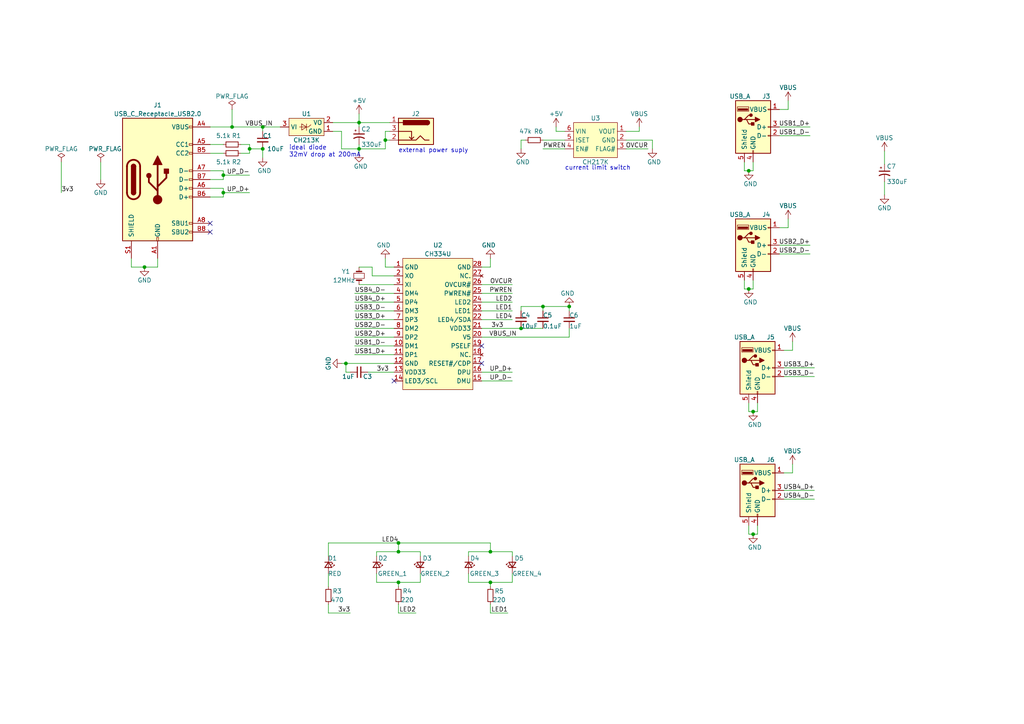
<source format=kicad_sch>
(kicad_sch (version 20230121) (generator eeschema)
  (paper "A4")
  (title_block (title "HUB_CH334U") (rev "v1.0"))
  (lib_symbols
    (symbol "Connector:Barrel_Jack_Switch" (pin_names hide)
      (property "Reference" "J" (at 0 5.334 0))
      (property "Value" "Barrel_Jack_Switch" (at 0 -5.08 0))
      (symbol "Barrel_Jack_Switch_0_1"
        (rectangle (start -5.08 3.81) (end 5.08 -3.81) (stroke (width 0.254)) (fill (type background)))
        (arc (start -3.302 3.175) (mid -3.9343 2.54) (end -3.302 1.905) (stroke (width 0.254)))
        (arc (start -3.302 3.175) (mid -3.9343 2.54) (end -3.302 1.905) (stroke (width 0.254)) (fill (type outline)))
        (polyline (pts (xy 1.27 -2.286) (xy 1.905 -1.651)) (stroke (width 0.254)))
        (polyline (pts (xy 5.08 2.54) (xy 3.81 2.54)) (stroke (width 0.254)))
        (polyline (pts (xy 5.08 0) (xy 1.27 0) (xy 1.27 -2.286) (xy 0.635 -1.651)) (stroke (width 0.254)))
        (polyline (pts (xy -3.81 -2.54) (xy -2.54 -2.54) (xy -1.27 -1.27) (xy 0 -2.54) (xy 2.54 -2.54) (xy 5.08 -2.54)) (stroke (width 0.254)))
        (rectangle (start 3.683 3.175) (end -3.302 1.905) (stroke (width 0.254)) (fill (type outline)))
      )
      (symbol "Barrel_Jack_Switch_1_1"
        (pin passive line (at 7.62 2.54 180) (length 2.54) (name "~") (number "1"))
        (pin passive line (at 7.62 -2.54 180) (length 2.54) (name "~") (number "2"))
        (pin passive line (at 7.62 0 180) (length 2.54) (name "~") (number "3"))
      )
    )
    (symbol "Connector:USB_A" (pin_names (offset 1.016))
      (property "Reference" "J" (at -5.08 11.43 0))
      (property "Value" "USB_A" (at -5.08 8.89 0))
      (symbol "USB_A_0_1"
        (rectangle (start -5.08 -7.62) (end 5.08 7.62) (stroke (width 0.254)) (fill (type background)))
        (circle (center -3.81 2.159) (radius 0.635) (stroke (width 0.254)) (fill (type outline)))
        (rectangle (start -1.524 4.826) (end -4.318 5.334) (fill (type outline)))
        (rectangle (start -1.27 4.572) (end -4.572 5.842))
        (circle (center -0.635 3.429) (radius 0.381) (stroke (width 0.254)) (fill (type outline)))
        (rectangle (start -0.127 -7.62) (end 0.127 -6.858))
        (polyline (pts (xy -3.175 2.159) (xy -2.54 2.159) (xy -1.27 3.429) (xy -0.635 3.429)) (stroke (width 0.254)))
        (polyline (pts (xy -2.54 2.159) (xy -1.905 2.159) (xy -1.27 0.889) (xy 0 0.889)) (stroke (width 0.254)))
        (polyline (pts (xy 0.635 2.794) (xy 0.635 1.524) (xy 1.905 2.159) (xy 0.635 2.794)) (stroke (width 0.254)) (fill (type outline)))
        (rectangle (start 0.254 1.27) (end -0.508 0.508) (stroke (width 0.254)) (fill (type outline)))
        (rectangle (start 5.08 -2.667) (end 4.318 -2.413))
        (rectangle (start 5.08 -0.127) (end 4.318 0.127))
        (rectangle (start 5.08 4.953) (end 4.318 5.207))
      )
      (symbol "USB_A_1_1"
        (polyline (pts (xy -1.905 2.159) (xy 0.635 2.159)) (stroke (width 0.254)))
        (pin power_in line (at 7.62 5.08 180) (length 2.54) (name "VBUS") (number "1"))
        (pin bidirectional line (at 7.62 -2.54 180) (length 2.54) (name "D-") (number "2"))
        (pin bidirectional line (at 7.62 0 180) (length 2.54) (name "D+") (number "3"))
        (pin power_in line (at 0 -10.16 90) (length 2.54) (name "GND") (number "4"))
        (pin passive line (at -2.54 -10.16 90) (length 2.54) (name "Shield") (number "5"))
      )
    )
    (symbol "Connector:USB_C_Receptacle_USB2.0" (pin_names (offset 1.016))
      (property "Reference" "J" (at -10.16 19.05 0))
      (property "Value" "USB_C_Receptacle_USB2.0" (at 19.05 19.05 0))
      (symbol "USB_C_Receptacle_USB2.0_0_0"
        (rectangle (start -0.254 -17.78) (end 0.254 -16.764))
        (rectangle (start 10.16 -14.986) (end 9.144 -15.494))
        (rectangle (start 10.16 -12.446) (end 9.144 -12.954))
        (rectangle (start 10.16 -4.826) (end 9.144 -5.334))
        (rectangle (start 10.16 -2.286) (end 9.144 -2.794))
        (rectangle (start 10.16 0.254) (end 9.144 -0.254))
        (rectangle (start 10.16 2.794) (end 9.144 2.286))
        (rectangle (start 10.16 7.874) (end 9.144 7.366))
        (rectangle (start 10.16 10.414) (end 9.144 9.906))
        (rectangle (start 10.16 15.494) (end 9.144 14.986))
      )
      (symbol "USB_C_Receptacle_USB2.0_0_1"
        (rectangle (start -10.16 17.78) (end 10.16 -17.78) (stroke (width 0.254)) (fill (type background)))
        (arc (start -8.89 -3.81) (mid -6.985 -5.7067) (end -5.08 -3.81) (stroke (width 0.508)))
        (arc (start -7.62 -3.81) (mid -6.985 -4.4423) (end -6.35 -3.81) (stroke (width 0.254)))
        (arc (start -7.62 -3.81) (mid -6.985 -4.4423) (end -6.35 -3.81) (stroke (width 0.254)) (fill (type outline)))
        (rectangle (start -7.62 -3.81) (end -6.35 3.81) (stroke (width 0.254)) (fill (type outline)))
        (arc (start -6.35 3.81) (mid -6.985 4.4423) (end -7.62 3.81) (stroke (width 0.254)))
        (arc (start -6.35 3.81) (mid -6.985 4.4423) (end -7.62 3.81) (stroke (width 0.254)) (fill (type outline)))
        (arc (start -5.08 3.81) (mid -6.985 5.7067) (end -8.89 3.81) (stroke (width 0.508)))
        (circle (center -2.54 1.143) (radius 0.635) (stroke (width 0.254)) (fill (type outline)))
        (circle (center 0 -5.842) (radius 1.27) (fill (type outline)))
        (polyline (pts (xy -8.89 -3.81) (xy -8.89 3.81)) (stroke (width 0.508)))
        (polyline (pts (xy -5.08 3.81) (xy -5.08 -3.81)) (stroke (width 0.508)))
        (polyline (pts (xy 0 -5.842) (xy 0 4.318)) (stroke (width 0.508)))
        (polyline (pts (xy 0 -3.302) (xy -2.54 -0.762) (xy -2.54 0.508)) (stroke (width 0.508)))
        (polyline (pts (xy 0 -2.032) (xy 2.54 0.508) (xy 2.54 1.778)) (stroke (width 0.508)))
        (polyline (pts (xy -1.27 4.318) (xy 0 6.858) (xy 1.27 4.318) (xy -1.27 4.318)) (stroke (width 0.254)) (fill (type outline)))
        (rectangle (start 1.905 1.778) (end 3.175 3.048) (stroke (width 0.254)) (fill (type outline)))
      )
      (symbol "USB_C_Receptacle_USB2.0_1_1"
        (pin passive line (at 0 -22.86 90) (length 5.08) (name "GND") (number "A1"))
        (pin passive line (at 0 -22.86 90) (length 5.08) hide (name "GND") (number "A12"))
        (pin passive line (at 15.24 15.24 180) (length 5.08) (name "VBUS") (number "A4"))
        (pin bidirectional line (at 15.24 10.16 180) (length 5.08) (name "CC1") (number "A5"))
        (pin bidirectional line (at 15.24 -2.54 180) (length 5.08) (name "D+") (number "A6"))
        (pin bidirectional line (at 15.24 2.54 180) (length 5.08) (name "D-") (number "A7"))
        (pin bidirectional line (at 15.24 -12.7 180) (length 5.08) (name "SBU1") (number "A8"))
        (pin passive line (at 15.24 15.24 180) (length 5.08) hide (name "VBUS") (number "A9"))
        (pin passive line (at 0 -22.86 90) (length 5.08) hide (name "GND") (number "B1"))
        (pin passive line (at 0 -22.86 90) (length 5.08) hide (name "GND") (number "B12"))
        (pin passive line (at 15.24 15.24 180) (length 5.08) hide (name "VBUS") (number "B4"))
        (pin bidirectional line (at 15.24 7.62 180) (length 5.08) (name "CC2") (number "B5"))
        (pin bidirectional line (at 15.24 -5.08 180) (length 5.08) (name "D+") (number "B6"))
        (pin bidirectional line (at 15.24 0 180) (length 5.08) (name "D-") (number "B7"))
        (pin bidirectional line (at 15.24 -15.24 180) (length 5.08) (name "SBU2") (number "B8"))
        (pin passive line (at 15.24 15.24 180) (length 5.08) hide (name "VBUS") (number "B9"))
        (pin passive line (at -7.62 -22.86 90) (length 5.08) (name "SHIELD") (number "S1"))
      )
    )
    (symbol "Device:C_Polarized_Small_US" (pin_numbers hide) (pin_names (offset 0.254) hide)
      (property "Reference" "C" (at 0.254 1.778 0))
      (property "Value" "C_Polarized_Small_US" (at 0.254 -2.032 0))
      (symbol "C_Polarized_Small_US_0_1"
        (polyline (pts (xy -1.524 0.508) (xy 1.524 0.508)) (stroke (width 0.3048)))
        (polyline (pts (xy -1.27 1.524) (xy -0.762 1.524)))
        (polyline (pts (xy -1.016 1.27) (xy -1.016 1.778)))
        (arc (start 1.524 -0.762) (mid 0 -0.3734) (end -1.524 -0.762) (stroke (width 0.3048)))
      )
      (symbol "C_Polarized_Small_US_1_1"
        (pin passive line (at 0 2.54 270) (length 2.032) (name "~") (number "1"))
        (pin passive line (at 0 -2.54 90) (length 2.032) (name "~") (number "2"))
      )
    )
    (symbol "Device:C_Small" (pin_numbers hide) (pin_names (offset 0.254) hide)
      (property "Reference" "C" (at 0.254 1.778 0))
      (property "Value" "C_Small" (at 0.254 -2.032 0))
      (symbol "C_Small_0_1"
        (polyline (pts (xy -1.524 -0.508) (xy 1.524 -0.508)) (stroke (width 0.3302)))
        (polyline (pts (xy -1.524 0.508) (xy 1.524 0.508)) (stroke (width 0.3048)))
      )
      (symbol "C_Small_1_1"
        (pin passive line (at 0 2.54 270) (length 2.032) (name "~") (number "1"))
        (pin passive line (at 0 -2.54 90) (length 2.032) (name "~") (number "2"))
      )
    )
    (symbol "Device:Crystal_Small" (pin_numbers hide) (pin_names (offset 1.016) hide)
      (property "Reference" "Y" (at 0 2.54 0))
      (property "Value" "Crystal_Small" (at 0 -2.54 0))
      (symbol "Crystal_Small_0_1"
        (rectangle (start -0.762 -1.524) (end 0.762 1.524))
        (polyline (pts (xy -1.27 -0.762) (xy -1.27 0.762)) (stroke (width 0.381)))
        (polyline (pts (xy 1.27 -0.762) (xy 1.27 0.762)) (stroke (width 0.381)))
      )
      (symbol "Crystal_Small_1_1"
        (pin passive line (at -2.54 0 0) (length 1.27) (name "1") (number "1"))
        (pin passive line (at 2.54 0 180) (length 1.27) (name "2") (number "2"))
      )
    )
    (symbol "Device:LED_Small" (pin_numbers hide) (pin_names (offset 0.254) hide)
      (property "Reference" "D" (at -1.27 3.175 0))
      (property "Value" "LED_Small" (at -4.445 -2.54 0))
      (symbol "LED_Small_0_1"
        (polyline (pts (xy -0.762 -1.016) (xy -0.762 1.016)) (stroke (width 0.254)))
        (polyline (pts (xy 1.016 0) (xy -0.762 0)))
        (polyline (pts (xy 0.762 -1.016) (xy -0.762 0) (xy 0.762 1.016) (xy 0.762 -1.016)) (stroke (width 0.254)))
        (polyline (pts (xy 0 0.762) (xy -0.508 1.27) (xy -0.254 1.27) (xy -0.508 1.27) (xy -0.508 1.016)))
        (polyline (pts (xy 0.508 1.27) (xy 0 1.778) (xy 0.254 1.778) (xy 0 1.778) (xy 0 1.524)))
      )
      (symbol "LED_Small_1_1"
        (pin passive line (at -2.54 0 0) (length 1.778) (name "K") (number "1"))
        (pin passive line (at 2.54 0 180) (length 1.778) (name "A") (number "2"))
      )
    )
    (symbol "Device:R_Small" (pin_numbers hide) (pin_names (offset 0.254) hide)
      (property "Reference" "R" (at 0.762 0.508 0))
      (property "Value" "R_Small" (at 0.762 -1.016 0))
      (symbol "R_Small_0_1"
        (rectangle (start -0.762 1.778) (end 0.762 -1.778) (stroke (width 0.2032)))
      )
      (symbol "R_Small_1_1"
        (pin passive line (at 0 2.54 270) (length 0.762) (name "~") (number "1"))
        (pin passive line (at 0 -2.54 90) (length 0.762) (name "~") (number "2"))
      )
    )
    (symbol "power:+5V" (power) (pin_names (offset 0))
      (property "Value" "+5V" (at 0 3.556 0))
      (symbol "+5V_0_1"
        (polyline (pts (xy -0.762 1.27) (xy 0 2.54)))
        (polyline (pts (xy 0 0) (xy 0 2.54)))
        (polyline (pts (xy 0 2.54) (xy 0.762 1.27)))
      )
      (symbol "+5V_1_1"
        (pin power_in line (at 0 0 90) (length 0) hide (name "+5V") (number "1"))
      )
    )
    (symbol "power:GND" (power) (pin_names (offset 0))
      (property "Value" "GND" (at 0 -3.81 0))
      (symbol "GND_0_1"
        (polyline (pts (xy 0 0) (xy 0 -1.27) (xy 1.27 -1.27) (xy 0 -2.54) (xy -1.27 -1.27) (xy 0 -1.27)))
      )
      (symbol "GND_1_1"
        (pin power_in line (at 0 0 270) (length 0) hide (name "GND") (number "1"))
      )
    )
    (symbol "power:PWR_FLAG" (power) (pin_numbers hide) (pin_names (offset 0) hide)
      (property "Value" "PWR_FLAG" (at 0 3.81 0))
      (symbol "PWR_FLAG_0_0"
        (pin power_out line (at 0 0 90) (length 0) (name "pwr") (number "1"))
      )
      (symbol "PWR_FLAG_0_1"
        (polyline (pts (xy 0 0) (xy 0 1.27) (xy -1.016 1.905) (xy 0 2.54) (xy 1.016 1.905) (xy 0 1.27)))
      )
    )
    (symbol "power:VBUS" (power) (pin_names (offset 0))
      (property "Value" "VBUS" (at 0 3.81 0))
      (symbol "VBUS_0_1"
        (polyline (pts (xy -0.762 1.27) (xy 0 2.54)))
        (polyline (pts (xy 0 0) (xy 0 2.54)))
        (polyline (pts (xy 0 2.54) (xy 0.762 1.27)))
      )
      (symbol "VBUS_1_1"
        (pin power_in line (at 0 0 90) (length 0) hide (name "VBUS") (number "1"))
      )
    )
    (symbol "wch_mcu_peripheral:CH213K"
      (property "Reference" "U" (at 4.318 -3.81 0))
      (property "Value" "CH213K" (at -1.27 -3.81 0))
      (symbol "CH213K_0_1"
        (rectangle (start -5.08 2.54) (end 5.08 -2.54) (fill (type background)))
        (polyline (pts (xy 0 0.889) (xy 0 -1.016)))
        (polyline (pts (xy 2.032 0) (xy -0.508 0) (xy -1.27 0.635)))
        (polyline (pts (xy 1.397 0.889) (xy 1.397 -0.889) (xy 0 0) (xy 1.397 0.889)))
      )
      (symbol "CH213K_1_1"
        (pin power_in line (at -7.62 -1.27 0) (length 2.54) (name "GND") (number "1"))
        (pin power_out line (at -7.62 1.27 0) (length 2.54) (name "VO") (number "2"))
        (pin power_in line (at 7.62 0 180) (length 2.54) (name "VI") (number "3"))
      )
    )
    (symbol "wch_mcu_peripheral:CH217K"
      (property "Reference" "U" (at 5.08 -7.62 0))
      (property "Value" "CH217K" (at 0 -7.62 0))
      (symbol "CH217K_0_1"
        (rectangle (start -6.35 5.08) (end 6.35 -5.08) (fill (type background)))
      )
      (symbol "CH217K_1_1"
        (pin power_out line (at -8.89 2.54 0) (length 2.54) (name "VOUT") (number "1"))
        (pin power_in line (at -8.89 0 0) (length 2.54) (name "GND") (number "2"))
        (pin output line (at -8.89 -2.54 0) (length 2.54) (name "FLAG#") (number "3"))
        (pin input line (at 8.89 -2.54 180) (length 2.54) (name "EN#") (number "4"))
        (pin bidirectional line (at 8.89 0 180) (length 2.54) (name "ISET") (number "5"))
        (pin power_in line (at 8.89 2.54 180) (length 2.54) (name "VIN") (number "6"))
      )
    )
    (symbol "wch_mcu_peripheral:CH334U"
      (property "Reference" "U" (at 6.35 -21.59 0))
      (property "Value" "CH334U" (at -2.54 -21.59 0))
      (symbol "CH334U_0_1"
        (rectangle (start -10.16 19.05) (end 10.16 -19.05) (fill (type background)))
      )
      (symbol "CH334U_1_1"
        (pin power_in line (at -12.7 16.51 0) (length 2.54) (name "GND") (number "1"))
        (pin bidirectional line (at -12.7 -6.35 0) (length 2.54) (name "DM1") (number "10"))
        (pin bidirectional line (at -12.7 -8.89 0) (length 2.54) (name "DP1") (number "11"))
        (pin power_in line (at -12.7 -11.43 0) (length 2.54) (name "GND") (number "12"))
        (pin power_in line (at -12.7 -13.97 0) (length 2.54) (name "VDD33") (number "13"))
        (pin bidirectional line (at -12.7 -16.51 0) (length 2.54) (name "LED3/SCL") (number "14"))
        (pin bidirectional line (at 12.7 -16.51 180) (length 2.54) (name "DMU") (number "15"))
        (pin bidirectional line (at 12.7 -13.97 180) (length 2.54) (name "DPU") (number "16"))
        (pin input line (at 12.7 -11.43 180) (length 2.54) (name "RESET#/CDP") (number "17"))
        (pin no_connect line (at 12.7 -8.89 180) (length 2.54) (name "NC.") (number "18"))
        (pin input line (at 12.7 -6.35 180) (length 2.54) (name "PSELF") (number "19"))
        (pin output line (at -12.7 13.97 0) (length 2.54) (name "XO") (number "2"))
        (pin power_in line (at 12.7 -3.81 180) (length 2.54) (name "V5") (number "20"))
        (pin power_in line (at 12.7 -1.27 180) (length 2.54) (name "VDD33") (number "21"))
        (pin bidirectional line (at 12.7 1.27 180) (length 2.54) (name "LED4/SDA") (number "22"))
        (pin bidirectional line (at 12.7 3.81 180) (length 2.54) (name "LED1") (number "23"))
        (pin bidirectional line (at 12.7 6.35 180) (length 2.54) (name "LED2") (number "24"))
        (pin output line (at 12.7 8.89 180) (length 2.54) (name "PWREN#") (number "25"))
        (pin input line (at 12.7 11.43 180) (length 2.54) (name "OVCUR#") (number "26"))
        (pin no_connect line (at 12.7 13.97 180) (length 2.54) (name "NC.") (number "27"))
        (pin power_in line (at 12.7 16.51 180) (length 2.54) (name "GND") (number "28"))
        (pin input line (at -12.7 11.43 0) (length 2.54) (name "XI") (number "3"))
        (pin bidirectional line (at -12.7 8.89 0) (length 2.54) (name "DM4") (number "4"))
        (pin bidirectional line (at -12.7 6.35 0) (length 2.54) (name "DP4") (number "5"))
        (pin bidirectional line (at -12.7 3.81 0) (length 2.54) (name "DM3") (number "6"))
        (pin bidirectional line (at -12.7 1.27 0) (length 2.54) (name "DP3") (number "7"))
        (pin bidirectional line (at -12.7 -1.27 0) (length 2.54) (name "DM2") (number "8"))
        (pin bidirectional line (at -12.7 -3.81 0) (length 2.54) (name "DP2") (number "9"))
      )
    )
  )
  (junction (at 111.76 40.64))
  (junction (at 217.17 83.82))
  (junction (at 218.44 154.94))
  (junction (at 151.13 95.25))
  (junction (at 76.2 43.18))
  (junction (at 100.33 105.41))
  (junction (at 217.17 49.53))
  (junction (at 64.77 50.8))
  (junction (at 76.2 36.83))
  (junction (at 115.57 157.48))
  (junction (at 157.48 88.9))
  (junction (at 142.24 160.02))
  (junction (at 67.31 36.83))
  (junction (at 41.91 77.47))
  (junction (at 64.77 55.88))
  (junction (at 218.44 119.38))
  (junction (at 165.1 88.9))
  (junction (at 104.14 43.18))
  (junction (at 72.39 43.18))
  (junction (at 104.14 35.56))
  (junction (at 115.57 160.02))
  (junction (at 142.24 168.91))
  (junction (at 115.57 168.91))
  (no_connect (at 60.96 67.31))
  (no_connect (at 139.7 100.33))
  (no_connect (at 60.96 64.77))
  (no_connect (at 114.3 110.49))
  (no_connect (at 139.7 105.41))
  (wire (pts (xy 104.14 77.47) (xy 107.95 77.47)))
  (wire (pts (xy 151.13 95.25) (xy 139.7 95.25)))
  (wire (pts (xy 67.31 36.83) (xy 76.2 36.83)))
  (wire (pts (xy 17.78 46.99) (xy 17.78 55.88)))
  (wire (pts (xy 102.87 85.09) (xy 114.3 85.09)))
  (wire (pts (xy 217.17 119.38) (xy 218.44 119.38)))
  (wire (pts (xy 104.14 44.45) (xy 104.14 43.18)))
  (wire (pts (xy 236.22 106.68) (xy 227.33 106.68)))
  (wire (pts (xy 218.44 154.94) (xy 219.71 154.94)))
  (wire (pts (xy 64.77 54.61) (xy 64.77 55.88)))
  (wire (pts (xy 76.2 43.18) (xy 72.39 43.18)))
  (wire (pts (xy 157.48 88.9) (xy 165.1 88.9)))
  (wire (pts (xy 217.17 83.82) (xy 218.44 83.82)))
  (wire (pts (xy 228.6 29.21) (xy 228.6 31.75)))
  (wire (pts (xy 157.48 43.18) (xy 163.83 43.18)))
  (wire (pts (xy 142.24 170.18) (xy 142.24 168.91)))
  (wire (pts (xy 135.89 161.29) (xy 135.89 160.02)))
  (wire (pts (xy 218.44 81.28) (xy 218.44 83.82)))
  (wire (pts (xy 256.54 43.815) (xy 256.54 47.625)))
  (wire (pts (xy 115.57 160.02) (xy 109.22 160.02)))
  (wire (pts (xy 236.22 142.24) (xy 227.33 142.24)))
  (wire (pts (xy 72.39 41.91) (xy 72.39 43.18)))
  (wire (pts (xy 165.1 95.25) (xy 165.1 97.79)))
  (wire (pts (xy 99.06 43.18) (xy 104.14 43.18)))
  (wire (pts (xy 64.77 41.91) (xy 60.96 41.91)))
  (wire (pts (xy 234.95 73.66) (xy 226.06 73.66)))
  (wire (pts (xy 95.25 157.48) (xy 115.57 157.48)))
  (wire (pts (xy 217.17 154.94) (xy 218.44 154.94)))
  (wire (pts (xy 218.44 46.99) (xy 218.44 49.53)))
  (wire (pts (xy 38.1 77.47) (xy 41.91 77.47)))
  (wire (pts (xy 109.22 168.91) (xy 115.57 168.91)))
  (wire (pts (xy 217.17 49.53) (xy 218.44 49.53)))
  (wire (pts (xy 111.76 74.93) (xy 111.76 77.47)))
  (wire (pts (xy 234.95 36.83) (xy 226.06 36.83)))
  (wire (pts (xy 142.24 177.8) (xy 147.32 177.8)))
  (wire (pts (xy 115.57 177.8) (xy 120.65 177.8)))
  (wire (pts (xy 69.85 41.91) (xy 72.39 41.91)))
  (wire (pts (xy 102.87 97.79) (xy 114.3 97.79)))
  (wire (pts (xy 111.76 40.64) (xy 113.03 40.64)))
  (wire (pts (xy 135.89 166.37) (xy 135.89 168.91)))
  (wire (pts (xy 148.59 92.71) (xy 139.7 92.71)))
  (wire (pts (xy 227.33 101.6) (xy 229.87 101.6)))
  (wire (pts (xy 151.13 88.9) (xy 157.48 88.9)))
  (wire (pts (xy 148.59 82.55) (xy 139.7 82.55)))
  (wire (pts (xy 45.72 74.93) (xy 45.72 77.47)))
  (wire (pts (xy 135.89 168.91) (xy 142.24 168.91)))
  (wire (pts (xy 115.57 157.48) (xy 142.24 157.48)))
  (wire (pts (xy 107.95 80.01) (xy 114.3 80.01)))
  (wire (pts (xy 96.52 35.56) (xy 104.14 35.56)))
  (wire (pts (xy 121.92 166.37) (xy 121.92 168.91)))
  (wire (pts (xy 181.61 40.64) (xy 189.23 40.64)))
  (wire (pts (xy 148.59 87.63) (xy 139.7 87.63)))
  (wire (pts (xy 115.57 157.48) (xy 115.57 160.02)))
  (wire (pts (xy 161.29 36.83) (xy 161.29 38.1)))
  (wire (pts (xy 95.25 161.29) (xy 95.25 157.48)))
  (wire (pts (xy 104.14 33.02) (xy 104.14 35.56)))
  (wire (pts (xy 142.24 175.26) (xy 142.24 177.8)))
  (wire (pts (xy 111.76 38.1) (xy 113.03 38.1)))
  (wire (pts (xy 104.14 35.56) (xy 113.03 35.56)))
  (wire (pts (xy 60.96 54.61) (xy 64.77 54.61)))
  (wire (pts (xy 38.1 74.93) (xy 38.1 77.47)))
  (wire (pts (xy 236.22 109.22) (xy 227.33 109.22)))
  (wire (pts (xy 148.59 90.17) (xy 139.7 90.17)))
  (wire (pts (xy 111.76 40.64) (xy 111.76 43.18)))
  (wire (pts (xy 76.2 43.18) (xy 76.2 45.72)))
  (wire (pts (xy 29.21 52.07) (xy 29.21 46.99)))
  (wire (pts (xy 234.95 71.12) (xy 226.06 71.12)))
  (wire (pts (xy 142.24 157.48) (xy 142.24 160.02)))
  (wire (pts (xy 99.06 38.1) (xy 99.06 43.18)))
  (wire (pts (xy 256.54 56.515) (xy 256.54 52.705)))
  (wire (pts (xy 229.87 99.06) (xy 229.87 101.6)))
  (wire (pts (xy 148.59 160.02) (xy 148.59 161.29)))
  (wire (pts (xy 148.59 110.49) (xy 139.7 110.49)))
  (wire (pts (xy 121.92 160.02) (xy 115.57 160.02)))
  (wire (pts (xy 181.61 38.1) (xy 185.42 38.1)))
  (wire (pts (xy 76.2 38.1) (xy 76.2 36.83)))
  (wire (pts (xy 72.39 43.18) (xy 72.39 44.45)))
  (wire (pts (xy 229.87 134.62) (xy 229.87 137.16)))
  (wire (pts (xy 142.24 160.02) (xy 148.59 160.02)))
  (wire (pts (xy 115.57 175.26) (xy 115.57 177.8)))
  (wire (pts (xy 219.71 116.84) (xy 219.71 119.38)))
  (wire (pts (xy 60.96 52.07) (xy 64.77 52.07)))
  (wire (pts (xy 60.96 44.45) (xy 64.77 44.45)))
  (wire (pts (xy 109.22 160.02) (xy 109.22 161.29)))
  (wire (pts (xy 142.24 74.93) (xy 142.24 77.47)))
  (wire (pts (xy 99.06 105.41) (xy 100.33 105.41)))
  (wire (pts (xy 157.48 40.64) (xy 163.83 40.64)))
  (wire (pts (xy 215.9 46.99) (xy 215.9 49.53)))
  (wire (pts (xy 102.87 95.25) (xy 114.3 95.25)))
  (wire (pts (xy 227.33 137.16) (xy 229.87 137.16)))
  (wire (pts (xy 64.77 49.53) (xy 64.77 50.8)))
  (wire (pts (xy 95.25 177.8) (xy 101.6 177.8)))
  (wire (pts (xy 151.13 95.25) (xy 157.48 95.25)))
  (wire (pts (xy 185.42 36.83) (xy 185.42 38.1)))
  (wire (pts (xy 163.83 38.1) (xy 161.29 38.1)))
  (wire (pts (xy 121.92 161.29) (xy 121.92 160.02)))
  (wire (pts (xy 109.22 166.37) (xy 109.22 168.91)))
  (wire (pts (xy 64.77 50.8) (xy 64.77 52.07)))
  (wire (pts (xy 60.96 36.83) (xy 67.31 36.83)))
  (wire (pts (xy 135.89 160.02) (xy 142.24 160.02)))
  (wire (pts (xy 107.95 77.47) (xy 107.95 80.01)))
  (wire (pts (xy 104.14 43.18) (xy 104.14 41.91)))
  (wire (pts (xy 152.4 40.64) (xy 151.13 40.64)))
  (wire (pts (xy 104.14 82.55) (xy 114.3 82.55)))
  (wire (pts (xy 157.48 88.9) (xy 157.48 90.17)))
  (wire (pts (xy 148.59 85.09) (xy 139.7 85.09)))
  (wire (pts (xy 41.91 77.47) (xy 45.72 77.47)))
  (wire (pts (xy 139.7 77.47) (xy 142.24 77.47)))
  (wire (pts (xy 96.52 38.1) (xy 99.06 38.1)))
  (wire (pts (xy 215.9 83.82) (xy 217.17 83.82)))
  (wire (pts (xy 115.57 170.18) (xy 115.57 168.91)))
  (wire (pts (xy 187.96 43.18) (xy 181.61 43.18)))
  (wire (pts (xy 72.39 55.88) (xy 64.77 55.88)))
  (wire (pts (xy 106.68 107.95) (xy 114.3 107.95)))
  (wire (pts (xy 102.87 92.71) (xy 114.3 92.71)))
  (wire (pts (xy 151.13 40.64) (xy 151.13 43.18)))
  (wire (pts (xy 76.2 36.83) (xy 81.28 36.83)))
  (wire (pts (xy 215.9 81.28) (xy 215.9 83.82)))
  (wire (pts (xy 111.76 38.1) (xy 111.76 40.64)))
  (wire (pts (xy 100.33 105.41) (xy 114.3 105.41)))
  (wire (pts (xy 72.39 50.8) (xy 64.77 50.8)))
  (wire (pts (xy 115.57 168.91) (xy 121.92 168.91)))
  (wire (pts (xy 215.9 49.53) (xy 217.17 49.53)))
  (wire (pts (xy 95.25 175.26) (xy 95.25 177.8)))
  (wire (pts (xy 102.87 87.63) (xy 114.3 87.63)))
  (wire (pts (xy 226.06 66.04) (xy 228.6 66.04)))
  (wire (pts (xy 148.59 166.37) (xy 148.59 168.91)))
  (wire (pts (xy 95.25 170.18) (xy 95.25 166.37)))
  (wire (pts (xy 102.87 102.87) (xy 114.3 102.87)))
  (wire (pts (xy 219.71 152.4) (xy 219.71 154.94)))
  (wire (pts (xy 67.31 31.75) (xy 67.31 36.83)))
  (wire (pts (xy 102.87 100.33) (xy 114.3 100.33)))
  (wire (pts (xy 100.33 105.41) (xy 100.33 107.95)))
  (wire (pts (xy 142.24 168.91) (xy 148.59 168.91)))
  (wire (pts (xy 101.6 107.95) (xy 100.33 107.95)))
  (wire (pts (xy 64.77 55.88) (xy 64.77 57.15)))
  (wire (pts (xy 226.06 31.75) (xy 228.6 31.75)))
  (wire (pts (xy 148.59 107.95) (xy 139.7 107.95)))
  (wire (pts (xy 217.17 152.4) (xy 217.17 154.94)))
  (wire (pts (xy 236.22 144.78) (xy 227.33 144.78)))
  (wire (pts (xy 60.96 49.53) (xy 64.77 49.53)))
  (wire (pts (xy 104.14 36.83) (xy 104.14 35.56)))
  (wire (pts (xy 218.44 119.38) (xy 219.71 119.38)))
  (wire (pts (xy 189.23 40.64) (xy 189.23 43.18)))
  (wire (pts (xy 114.3 77.47) (xy 111.76 77.47)))
  (wire (pts (xy 217.17 116.84) (xy 217.17 119.38)))
  (wire (pts (xy 151.13 88.9) (xy 151.13 90.17)))
  (wire (pts (xy 165.1 88.9) (xy 165.1 90.17)))
  (wire (pts (xy 102.87 90.17) (xy 114.3 90.17)))
  (wire (pts (xy 104.14 43.18) (xy 111.76 43.18)))
  (wire (pts (xy 69.85 44.45) (xy 72.39 44.45)))
  (wire (pts (xy 139.7 97.79) (xy 165.1 97.79)))
  (wire (pts (xy 60.96 57.15) (xy 64.77 57.15)))
  (wire (pts (xy 228.6 63.5) (xy 228.6 66.04)))
  (wire (pts (xy 234.95 39.37) (xy 226.06 39.37)))
  (text "current limit switch\n" (at 163.83 49.53 0) (effects (font (size 1.27 1.27)) (justify left bottom)))
  (text "ideal diode\n32mV drop at 200mA" (at 83.82 45.72 0) (effects (font (size 1.27 1.27)) (justify left bottom)))
  (text "external power suply\n" (at 115.57 44.45 0) (effects (font (size 1.27 1.27)) (justify left bottom)))
  (label "LED2" (at 148.59 87.63 180))
  (label "USB3_D+" (at 236.22 106.68 180))
  (label "UP_D-" (at 72.39 50.8 180))
  (label "USB3_D-" (at 102.87 90.17 0))
  (label "UP_D+" (at 148.59 107.95 180))
  (label "3v3" (at 109.22 107.95 0))
  (label "VBUS_IN" (at 149.86 97.79 180))
  (label "PWREN" (at 148.59 85.09 180))
  (label "UP_D+" (at 72.39 55.88 180))
  (label "3v3" (at 146.05 95.25 180))
  (label "VBUS_IN" (at 71.12 36.83 0))
  (label "USB3_D-" (at 236.22 109.22 180))
  (label "UP_D-" (at 148.59 110.49 180))
  (label "USB2_D-" (at 234.95 73.66 180))
  (label "OVCUR" (at 148.59 82.55 180))
  (label "USB4_D+" (at 102.87 87.63 0))
  (label "USB1_D+" (at 234.95 36.83 180))
  (label "USB1_D+" (at 102.87 102.87 0))
  (label "USB3_D+" (at 102.87 92.71 0))
  (label "USB1_D-" (at 234.95 39.37 180))
  (label "USB2_D+" (at 102.87 97.79 0))
  (label "LED4" (at 115.57 157.48 180))
  (label "OVCUR" (at 187.96 43.18 180))
  (label "USB4_D-" (at 236.22 144.78 180))
  (label "USB2_D+" (at 234.95 71.12 180))
  (label "LED2" (at 120.65 177.8 180))
  (label "USB1_D-" (at 102.87 100.33 0))
  (label "USB2_D-" (at 102.87 95.25 0))
  (label "LED1" (at 147.32 177.8 180))
  (label "3v3" (at 17.78 55.88 0))
  (label "LED1" (at 148.59 90.17 180))
  (label "PWREN" (at 157.48 43.18 0))
  (label "USB4_D-" (at 102.87 85.09 0))
  (label "LED4" (at 148.59 92.71 180))
  (label "USB4_D+" (at 236.22 142.24 180))
  (label "3v3" (at 101.6 177.8 180))
  (symbol (lib_id "Device:R_Small") (at 67.31 41.91 90) (unit 1)
    (property "Reference" "R1" (at 68.58 39.37 90))
    (property "Value" "5.1k" (at 64.77 39.37 90))
    (property "Footprint" "Resistor_SMD:R_0603_1608Metric" (effects hide))
  )
  (symbol (lib_id "Connector:Barrel_Jack_Switch") (at 120.65 38.1 0) (mirror y) (unit 1)
    (property "Reference" "J2" (at 119.38 33.02 0) (effects (justify right)))
    (property "Value" "Barrel_Jack_Switch" (effects hide))
    (property "Footprint" "Connector_BarrelJack:BarrelJack_Wuerth_6941xx301002" (effects hide))
  )
  (symbol (lib_id "wch_mcu_peripheral:CH213K") (at 88.9 36.83 0) (mirror y) (unit 1)
    (property "Reference" "U1" (at 88.9 33.02 0))
    (property "Value" "CH213K" (at 88.9 40.64 0))
    (property "Footprint" "Package_TO_SOT_SMD:SOT-23" (effects hide))
    (property "Datasheet" "https://www.wch.cn/downloads/CH213DS1_PDF.html" (effects hide))
  )
  (symbol (lib_id "power:PWR_FLAG") (at 17.78 46.99 0) (unit 1)
    (property "Reference" "#FLG01" (effects hide))
    (property "Value" "PWR_FLAG" (at 17.78 43.18 0))
  )
  (symbol (lib_id "Device:Crystal_Small") (at 104.14 80.01 90) (unit 1)
    (property "Reference" "Y1" (at 99.06 78.74 90) (effects (justify right)))
    (property "Value" "12MHz" (at 96.52 81.28 90) (effects (justify right)))
    (property "Footprint" "Crystal:Crystal_HC49-4H_Vertical" (effects hide))
  )
  (symbol (lib_id "Connector:USB_A") (at 218.44 71.12 0) (unit 1)
    (property "Reference" "J4" (at 222.25 62.23 0))
    (property "Value" "USB_A" (at 214.63 62.23 0))
    (property "Footprint" "Connector_USB:USB_A_Stewart_SS-52100-001_Horizontal" (effects hide))
    (property "Datasheet" " ~" (effects hide))
  )
  (symbol (lib_id "power:VBUS") (at 229.87 134.62 0) (unit 1)
    (property "Reference" "#PWR021" (effects hide))
    (property "Value" "VBUS" (at 229.87 130.81 0))
  )
  (symbol (lib_id "power:VBUS") (at 228.6 29.21 0) (unit 1)
    (property "Reference" "#PWR018" (effects hide))
    (property "Value" "VBUS" (at 228.6 25.4 0))
  )
  (symbol (lib_id "power:GND") (at 99.06 105.41 270) (unit 1)
    (property "Reference" "#PWR04" (effects hide))
    (property "Value" "GND" (at 95.25 105.41 0))
  )
  (symbol (lib_id "power:VBUS") (at 229.87 99.06 0) (unit 1)
    (property "Reference" "#PWR020" (effects hide))
    (property "Value" "VBUS" (at 229.87 95.25 0))
  )
  (symbol (lib_id "Device:LED_Small") (at 135.89 163.83 270) (unit 1)
    (property "Reference" "D4" (at 139.065 161.925 90) (effects (justify right)))
    (property "Value" "GREEN_3" (at 144.78 166.37 90) (effects (justify right)))
    (property "Footprint" "LED_SMD:LED_0603_1608Metric" (effects hide))
  )
  (symbol (lib_id "power:VBUS") (at 185.42 36.83 0) (unit 1)
    (property "Reference" "#PWR012" (effects hide))
    (property "Value" "VBUS" (at 185.42 33.02 0))
  )
  (symbol (lib_id "Device:R_Small") (at 142.24 172.72 0) (unit 1)
    (property "Reference" "R5" (at 144.78 171.45 0))
    (property "Value" "220" (at 144.78 173.99 0))
    (property "Footprint" "Resistor_SMD:R_0603_1608Metric" (effects hide))
  )
  (symbol (lib_id "Device:R_Small") (at 154.94 40.64 90) (unit 1)
    (property "Reference" "R6" (at 156.21 38.1 90))
    (property "Value" "47k" (at 152.4 38.1 90))
    (property "Footprint" "Resistor_SMD:R_0603_1608Metric" (effects hide))
  )
  (symbol (lib_id "power:GND") (at 217.17 49.53 0) (unit 1)
    (property "Reference" "#PWR014" (effects hide))
    (property "Value" "GND" (at 219.71 53.34 0) (effects (justify right)))
  )
  (symbol (lib_id "power:GND") (at 76.2 45.72 0) (unit 1)
    (property "Reference" "#PWR03" (effects hide))
    (property "Value" "GND" (at 78.74 49.53 0) (effects (justify right)))
  )
  (symbol (lib_id "wch_mcu_peripheral:CH217K") (at 172.72 40.64 0) (mirror y) (unit 1)
    (property "Reference" "U3" (at 172.72 34.29 0))
    (property "Value" "CH217K" (at 172.72 46.99 0))
    (property "Footprint" "Package_TO_SOT_SMD:SOT-23-6" (effects hide))
  )
  (symbol (lib_id "power:GND") (at 218.44 154.94 0) (unit 1)
    (property "Reference" "#PWR017" (effects hide))
    (property "Value" "GND" (at 220.98 158.75 0) (effects (justify right)))
  )
  (symbol (lib_id "power:PWR_FLAG") (at 67.31 31.75 0) (unit 1)
    (property "Reference" "#FLG03" (effects hide))
    (property "Value" "PWR_FLAG" (at 67.31 27.94 0))
  )
  (symbol (lib_id "Connector:USB_A") (at 218.44 36.83 0) (unit 1)
    (property "Reference" "J3" (at 222.25 27.94 0))
    (property "Value" "USB_A" (at 214.63 27.94 0))
    (property "Footprint" "Connector_USB:USB_A_Stewart_SS-52100-001_Horizontal" (effects hide))
    (property "Datasheet" " ~" (effects hide))
  )
  (symbol (lib_id "power:GND") (at 41.91 77.47 0) (unit 1)
    (property "Reference" "#PWR02" (effects hide))
    (property "Value" "GND" (at 41.91 81.28 0))
  )
  (symbol (lib_id "Device:C_Polarized_Small_US") (at 104.14 39.37 0) (unit 1)
    (property "Reference" "C2" (at 104.775 37.465 0) (effects (justify left)))
    (property "Value" "330uF" (at 104.775 41.91 0) (effects (justify left)))
    (property "Footprint" "Capacitor_SMD:C_Elec_6.3x5.8" (effects hide))
  )
  (symbol (lib_id "power:GND") (at 256.54 56.515 0) (unit 1)
    (property "Reference" "#PWR023" (effects hide))
    (property "Value" "GND" (at 256.54 60.325 0))
  )
  (symbol (lib_id "Connector:USB_A") (at 219.71 106.68 0) (unit 1)
    (property "Reference" "J5" (at 223.52 97.79 0))
    (property "Value" "USB_A" (at 215.9 97.79 0))
    (property "Footprint" "Connector_USB:USB_A_Stewart_SS-52100-001_Horizontal" (effects hide))
    (property "Datasheet" " ~" (effects hide))
  )
  (symbol (lib_id "power:PWR_FLAG") (at 29.21 46.99 0) (unit 1)
    (property "Reference" "#FLG02" (effects hide))
    (property "Value" "PWR_FLAG" (at 30.48 43.18 0))
  )
  (symbol (lib_id "Device:R_Small") (at 115.57 172.72 0) (unit 1)
    (property "Reference" "R4" (at 118.11 171.45 0))
    (property "Value" "220" (at 118.11 173.99 0))
    (property "Footprint" "Resistor_SMD:R_0603_1608Metric" (effects hide))
  )
  (symbol (lib_id "power:GND") (at 165.1 88.9 180) (unit 1)
    (property "Reference" "#PWR011" (effects hide))
    (property "Value" "GND" (at 162.56 85.09 0) (effects (justify right)))
  )
  (symbol (lib_id "Device:C_Small") (at 157.48 92.71 0) (unit 1)
    (property "Reference" "C5" (at 157.48 91.44 0) (effects (justify left)))
    (property "Value" "0.1uF" (at 157.48 94.615 0) (effects (justify left)))
    (property "Footprint" "Capacitor_SMD:C_0603_1608Metric" (effects hide))
  )
  (symbol (lib_id "power:GND") (at 218.44 119.38 0) (unit 1)
    (property "Reference" "#PWR016" (effects hide))
    (property "Value" "GND" (at 220.98 123.19 0) (effects (justify right)))
  )
  (symbol (lib_id "Device:C_Small") (at 165.1 92.71 0) (unit 1)
    (property "Reference" "C6" (at 165.1 91.44 0) (effects (justify left)))
    (property "Value" "1uF" (at 165.1 94.615 0) (effects (justify left)))
    (property "Footprint" "Capacitor_SMD:C_0603_1608Metric" (effects hide))
  )
  (symbol (lib_id "power:GND") (at 189.23 43.18 0) (unit 1)
    (property "Reference" "#PWR013" (effects hide))
    (property "Value" "GND" (at 191.77 46.99 0) (effects (justify right)))
  )
  (symbol (lib_id "power:GND") (at 111.76 74.93 180) (unit 1)
    (property "Reference" "#PWR07" (effects hide))
    (property "Value" "GND" (at 109.22 71.12 0) (effects (justify right)))
  )
  (symbol (lib_id "Device:LED_Small") (at 148.59 163.83 90) (unit 1)
    (property "Reference" "D5" (at 149.225 161.925 90) (effects (justify right)))
    (property "Value" "GREEN_4" (at 148.59 166.37 90) (effects (justify right)))
    (property "Footprint" "LED_SMD:LED_0603_1608Metric" (effects hide))
  )
  (symbol (lib_id "Device:LED_Small") (at 95.25 163.83 270) (unit 1)
    (property "Reference" "D1" (at 97.79 161.925 90) (effects (justify right)))
    (property "Value" "RED" (at 99.06 166.37 90) (effects (justify right)))
    (property "Footprint" "LED_SMD:LED_0603_1608Metric" (effects hide))
  )
  (symbol (lib_id "wch_mcu_peripheral:CH334U") (at 127 93.98 0) (unit 1)
    (property "Reference" "U2" (at 127 71.12 0))
    (property "Value" "CH334U" (at 127 73.66 0))
    (property "Footprint" "Package_SO:SSOP-28_3.9x9.9mm_P0.635mm" (effects hide))
    (property "Datasheet" "http://www.wch-ic.com/downloads/CH334DS1_PDF.html" (effects hide))
  )
  (symbol (lib_id "power:GND") (at 142.24 74.93 180) (unit 1)
    (property "Reference" "#PWR08" (effects hide))
    (property "Value" "GND" (at 139.7 71.12 0) (effects (justify right)))
  )
  (symbol (lib_id "power:VBUS") (at 228.6 63.5 0) (unit 1)
    (property "Reference" "#PWR019" (effects hide))
    (property "Value" "VBUS" (at 228.6 59.69 0))
  )
  (symbol (lib_id "power:GND") (at 29.21 52.07 0) (unit 1)
    (property "Reference" "#PWR01" (effects hide))
    (property "Value" "GND" (at 29.21 55.88 0))
  )
  (symbol (lib_id "Device:C_Small") (at 151.13 92.71 0) (unit 1)
    (property "Reference" "C4" (at 151.13 91.44 0) (effects (justify left)))
    (property "Value" "10uF" (at 151.13 94.615 0) (effects (justify left)))
    (property "Footprint" "Capacitor_SMD:C_0805_2012Metric" (effects hide))
  )
  (symbol (lib_id "power:GND") (at 217.17 83.82 0) (unit 1)
    (property "Reference" "#PWR015" (effects hide))
    (property "Value" "GND" (at 219.71 87.63 0) (effects (justify right)))
  )
  (symbol (lib_id "Connector:USB_A") (at 219.71 142.24 0) (unit 1)
    (property "Reference" "J6" (at 223.52 133.35 0))
    (property "Value" "USB_A" (at 215.9 133.35 0))
    (property "Footprint" "Connector_USB:USB_A_Stewart_SS-52100-001_Horizontal" (effects hide))
    (property "Datasheet" " ~" (effects hide))
  )
  (symbol (lib_id "power:+5V") (at 104.14 33.02 0) (unit 1)
    (property "Reference" "#PWR05" (effects hide))
    (property "Value" "+5V" (at 104.14 29.21 0))
  )
  (symbol (lib_id "power:VBUS") (at 256.54 43.815 0) (unit 1)
    (property "Reference" "#PWR022" (effects hide))
    (property "Value" "VBUS" (at 256.54 40.005 0))
  )
  (symbol (lib_id "Device:C_Small") (at 104.14 107.95 90) (unit 1)
    (property "Reference" "C3" (at 107.95 109.22 90) (effects (justify left)))
    (property "Value" "1uF" (at 102.87 109.22 90) (effects (justify left)))
    (property "Footprint" "Capacitor_SMD:C_0603_1608Metric" (effects hide))
  )
  (symbol (lib_id "Device:LED_Small") (at 121.92 163.83 90) (unit 1)
    (property "Reference" "D3" (at 122.555 161.925 90) (effects (justify right)))
    (property "Value" "GREEN_2" (at 121.92 166.37 90) (effects (justify right)))
    (property "Footprint" "LED_SMD:LED_0603_1608Metric" (effects hide))
  )
  (symbol (lib_id "Device:C_Small") (at 76.2 40.64 0) (unit 1)
    (property "Reference" "C1" (at 76.2 39.37 0) (effects (justify left)))
    (property "Value" "10uF" (at 77.47 43.18 0) (effects (justify left)))
    (property "Footprint" "Capacitor_SMD:C_0805_2012Metric" (effects hide))
  )
  (symbol (lib_id "power:GND") (at 104.14 44.45 0) (unit 1)
    (property "Reference" "#PWR06" (effects hide))
    (property "Value" "GND" (at 106.68 48.26 0) (effects (justify right)))
  )
  (symbol (lib_id "Connector:USB_C_Receptacle_USB2.0") (at 45.72 52.07 0) (unit 1)
    (property "Reference" "J1" (at 45.72 30.48 0))
    (property "Value" "USB_C_Receptacle_USB2.0" (at 45.72 33.02 0))
    (property "Footprint" "Connector_USB:USB_C_Receptacle_HRO_TYPE-C-31-M-12" (effects hide))
    (property "Datasheet" "https://www.usb.org/sites/default/files/documents/usb_type-c.zip" (effects hide))
  )
  (symbol (lib_id "Device:C_Polarized_Small_US") (at 256.54 50.165 0) (unit 1)
    (property "Reference" "C7" (at 257.175 48.26 0) (effects (justify left)))
    (property "Value" "330uF" (at 257.175 52.705 0) (effects (justify left)))
    (property "Footprint" "Capacitor_SMD:C_Elec_6.3x5.8" (effects hide))
  )
  (symbol (lib_id "Device:R_Small") (at 67.31 44.45 90) (unit 1)
    (property "Reference" "R2" (at 68.58 46.99 90))
    (property "Value" "5.1k" (at 64.77 46.99 90))
    (property "Footprint" "Resistor_SMD:R_0603_1608Metric" (effects hide))
  )
  (symbol (lib_id "power:+5V") (at 161.29 36.83 0) (unit 1)
    (property "Reference" "#PWR010" (effects hide))
    (property "Value" "+5V" (at 161.29 33.02 0))
  )
  (symbol (lib_id "Device:LED_Small") (at 109.22 163.83 270) (unit 1)
    (property "Reference" "D2" (at 112.395 161.925 90) (effects (justify right)))
    (property "Value" "GREEN_1" (at 118.11 166.37 90) (effects (justify right)))
    (property "Footprint" "LED_SMD:LED_0603_1608Metric" (effects hide))
  )
  (symbol (lib_id "power:GND") (at 151.13 43.18 0) (unit 1)
    (property "Reference" "#PWR09" (effects hide))
    (property "Value" "GND" (at 153.67 46.99 0) (effects (justify right)))
  )
  (symbol (lib_id "Device:R_Small") (at 95.25 172.72 0) (unit 1)
    (property "Reference" "R3" (at 97.79 171.45 0))
    (property "Value" "470" (at 97.79 173.99 0))
    (property "Footprint" "Resistor_SMD:R_0603_1608Metric" (effects hide))
  )
)
</source>
